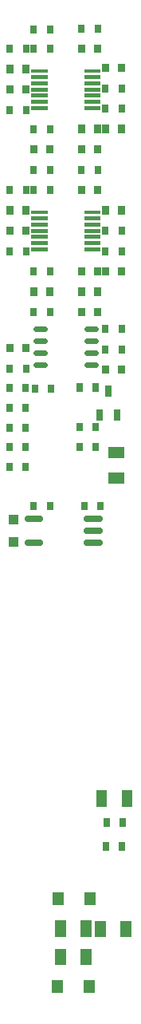
<source format=gtp>
G04 Layer: TopPasteMaskLayer*
G04 EasyEDA v6.4.19.5, 2021-06-09T13:24:33+02:00*
G04 4d0a35ba0e1948c19c820806b4e2a2d6,fb9c11b3819f4bbabdc06984e21ef5f2,10*
G04 Gerber Generator version 0.2*
G04 Scale: 100 percent, Rotated: No, Reflected: No *
G04 Dimensions in millimeters *
G04 leading zeros omitted , absolute positions ,4 integer and 5 decimal *
%FSLAX45Y45*%
%MOMM*%

%ADD13C,0.6500*%
%ADD14C,0.6000*%
%ADD16R,0.7000X0.9000*%
%ADD17R,1.0000X1.0000*%
%ADD18R,1.8000X1.1500*%
%ADD19R,1.2000X1.4000*%
%ADD20R,1.1500X1.8000*%
%ADD21R,0.7000X1.2500*%

%LPD*%
D13*
X1112484Y-5636996D02*
G01*
X1247482Y-5636996D01*
X482513Y-5382996D02*
G01*
X617512Y-5382996D01*
X482564Y-5636996D02*
G01*
X617562Y-5636996D01*
X1112484Y-5509996D02*
G01*
X1247482Y-5509996D01*
X1112484Y-5382996D02*
G01*
X1247482Y-5382996D01*
D14*
X1116990Y-3746500D02*
G01*
X1208989Y-3746500D01*
X1116990Y-3619500D02*
G01*
X1208989Y-3619500D01*
X1116990Y-3492500D02*
G01*
X1208989Y-3492500D01*
X1116990Y-3365500D02*
G01*
X1208989Y-3365500D01*
X569010Y-3746500D02*
G01*
X661012Y-3746500D01*
X569010Y-3619500D02*
G01*
X661012Y-3619500D01*
X569010Y-3492500D02*
G01*
X661012Y-3492500D01*
X569010Y-3365500D02*
G01*
X661012Y-3365500D01*
D16*
G01*
X550011Y-5239994D03*
G01*
X719988Y-5239994D03*
D17*
G01*
X329996Y-5624982D03*
G01*
X329996Y-5385003D03*
D18*
G01*
X1429994Y-4674996D03*
G01*
X1429994Y-4944998D03*
D19*
G01*
X1150010Y-9409988D03*
G01*
X810005Y-9409988D03*
G36*
X739998Y-10269979D02*
G01*
X859998Y-10269979D01*
X859998Y-10409979D01*
X739998Y-10409979D01*
G37*
G36*
X1079997Y-10269979D02*
G01*
X1199997Y-10269979D01*
X1199997Y-10409979D01*
X1079997Y-10409979D01*
G37*
D16*
G01*
X294995Y-4824984D03*
G01*
X464997Y-4824984D03*
G01*
X294995Y-4619980D03*
G01*
X464997Y-4619980D03*
G01*
X294995Y-4415002D03*
G01*
X464997Y-4415002D03*
G01*
X294995Y-4204995D03*
G01*
X464997Y-4204995D03*
G01*
X294995Y-3994988D03*
G01*
X464997Y-3994988D03*
G36*
X1449997Y-8809982D02*
G01*
X1519999Y-8809982D01*
X1519999Y-8899984D01*
X1449997Y-8899984D01*
G37*
G36*
X1279994Y-8809982D02*
G01*
X1349997Y-8809982D01*
X1349997Y-8899984D01*
X1279994Y-8899984D01*
G37*
G36*
X1459997Y-8554981D02*
G01*
X1529999Y-8554981D01*
X1529999Y-8644983D01*
X1459997Y-8644983D01*
G37*
G36*
X1289994Y-8554981D02*
G01*
X1359997Y-8554981D01*
X1359997Y-8644983D01*
X1289994Y-8644983D01*
G37*
G01*
X1205001Y-4404995D03*
G01*
X1034999Y-4404995D03*
D20*
G01*
X1105001Y-10029977D03*
G01*
X834999Y-10029977D03*
G01*
X1524990Y-9729978D03*
G01*
X1254988Y-9729978D03*
G36*
X1212499Y-8254984D02*
G01*
X1327497Y-8254984D01*
X1327497Y-8434984D01*
X1212499Y-8434984D01*
G37*
G36*
X1482498Y-8254984D02*
G01*
X1597497Y-8254984D01*
X1597497Y-8434984D01*
X1482498Y-8434984D01*
G37*
G36*
X777499Y-9639980D02*
G01*
X892497Y-9639980D01*
X892497Y-9819980D01*
X777499Y-9819980D01*
G37*
G36*
X1047498Y-9639980D02*
G01*
X1162497Y-9639980D01*
X1162497Y-9819980D01*
X1047498Y-9819980D01*
G37*
D16*
G01*
X719988Y-1892300D03*
G01*
X550011Y-1892300D03*
G36*
X260997Y-2279098D02*
G01*
X331000Y-2279098D01*
X331000Y-2369101D01*
X260997Y-2369101D01*
G37*
G36*
X430999Y-2279098D02*
G01*
X501002Y-2279098D01*
X501002Y-2369101D01*
X430999Y-2369101D01*
G37*
G36*
X1022997Y-2710898D02*
G01*
X1093000Y-2710898D01*
X1093000Y-2800901D01*
X1022997Y-2800901D01*
G37*
G36*
X1192999Y-2710898D02*
G01*
X1263002Y-2710898D01*
X1263002Y-2800901D01*
X1192999Y-2800901D01*
G37*
G01*
X1481988Y-2324100D03*
G01*
X1312011Y-2324100D03*
G01*
X719988Y-393700D03*
G01*
X550011Y-393700D03*
G36*
X260997Y-780498D02*
G01*
X331000Y-780498D01*
X331000Y-870501D01*
X260997Y-870501D01*
G37*
G36*
X430999Y-780498D02*
G01*
X501002Y-780498D01*
X501002Y-870501D01*
X430999Y-870501D01*
G37*
G36*
X1022997Y-1199598D02*
G01*
X1093000Y-1199598D01*
X1093000Y-1289601D01*
X1022997Y-1289601D01*
G37*
G36*
X1192999Y-1199598D02*
G01*
X1263002Y-1199598D01*
X1263002Y-1289601D01*
X1192999Y-1289601D01*
G37*
G01*
X1481988Y-812800D03*
G01*
X1312011Y-812800D03*
G36*
X1224998Y-5199989D02*
G01*
X1295001Y-5199989D01*
X1295001Y-5289991D01*
X1224998Y-5289991D01*
G37*
G36*
X1054996Y-5199989D02*
G01*
X1124999Y-5199989D01*
X1124999Y-5289991D01*
X1054996Y-5289991D01*
G37*
G36*
X1446999Y-3752298D02*
G01*
X1517002Y-3752298D01*
X1517002Y-3842301D01*
X1446999Y-3842301D01*
G37*
G36*
X1276997Y-3752298D02*
G01*
X1347000Y-3752298D01*
X1347000Y-3842301D01*
X1276997Y-3842301D01*
G37*
G36*
X430999Y-3523698D02*
G01*
X501002Y-3523698D01*
X501002Y-3613701D01*
X430999Y-3613701D01*
G37*
G36*
X260997Y-3523698D02*
G01*
X331000Y-3523698D01*
X331000Y-3613701D01*
X260997Y-3613701D01*
G37*
G01*
X1058011Y-1676400D03*
G01*
X1227988Y-1676400D03*
G36*
X684999Y-2926798D02*
G01*
X755002Y-2926798D01*
X755002Y-3016801D01*
X684999Y-3016801D01*
G37*
G36*
X514997Y-2926798D02*
G01*
X585000Y-2926798D01*
X585000Y-3016801D01*
X514997Y-3016801D01*
G37*
G01*
X296011Y-1892300D03*
G01*
X465988Y-1892300D03*
G36*
X1446999Y-2710898D02*
G01*
X1517002Y-2710898D01*
X1517002Y-2800901D01*
X1446999Y-2800901D01*
G37*
G36*
X1276997Y-2710898D02*
G01*
X1347000Y-2710898D01*
X1347000Y-2800901D01*
X1276997Y-2800901D01*
G37*
G01*
X550011Y-1676400D03*
G01*
X719988Y-1676400D03*
G36*
X1192999Y-2926798D02*
G01*
X1263002Y-2926798D01*
X1263002Y-3016801D01*
X1192999Y-3016801D01*
G37*
G36*
X1022997Y-2926798D02*
G01*
X1093000Y-2926798D01*
X1093000Y-3016801D01*
X1022997Y-3016801D01*
G37*
G36*
X1192999Y-1415498D02*
G01*
X1263002Y-1415498D01*
X1263002Y-1505501D01*
X1192999Y-1505501D01*
G37*
G36*
X1022997Y-1415498D02*
G01*
X1093000Y-1415498D01*
X1093000Y-1505501D01*
X1022997Y-1505501D01*
G37*
G01*
X550011Y-189992D03*
G01*
X719988Y-189992D03*
G36*
X1446999Y-1199598D02*
G01*
X1517002Y-1199598D01*
X1517002Y-1289601D01*
X1446999Y-1289601D01*
G37*
G36*
X1276997Y-1199598D02*
G01*
X1347000Y-1199598D01*
X1347000Y-1289601D01*
X1276997Y-1289601D01*
G37*
G01*
X296011Y-393700D03*
G01*
X465988Y-393700D03*
G01*
X1312011Y-1028700D03*
G01*
X1481988Y-1028700D03*
G36*
X430999Y-564598D02*
G01*
X501002Y-564598D01*
X501002Y-654601D01*
X430999Y-654601D01*
G37*
G36*
X260997Y-564598D02*
G01*
X331000Y-564598D01*
X331000Y-654601D01*
X260997Y-654601D01*
G37*
G01*
X1312011Y-3581400D03*
G01*
X1481988Y-3581400D03*
G01*
X296011Y-3784600D03*
G01*
X465988Y-3784600D03*
G01*
X296011Y-2540000D03*
G01*
X465988Y-2540000D03*
G36*
X1446999Y-2063198D02*
G01*
X1517002Y-2063198D01*
X1517002Y-2153201D01*
X1446999Y-2153201D01*
G37*
G36*
X1276997Y-2063198D02*
G01*
X1347000Y-2063198D01*
X1347000Y-2153201D01*
X1276997Y-2153201D01*
G37*
G36*
X1446999Y-551898D02*
G01*
X1517002Y-551898D01*
X1517002Y-641901D01*
X1446999Y-641901D01*
G37*
G36*
X1276997Y-551898D02*
G01*
X1347000Y-551898D01*
X1347000Y-641901D01*
X1276997Y-641901D01*
G37*
G01*
X296011Y-1041400D03*
G01*
X465988Y-1041400D03*
D21*
G01*
X1245006Y-4274972D03*
G01*
X1434998Y-4274972D03*
G01*
X1340002Y-4025036D03*
G36*
X523999Y-2109104D02*
G01*
X693999Y-2109104D01*
X693999Y-2149104D01*
X523999Y-2149104D01*
G37*
G36*
X523999Y-2174102D02*
G01*
X693999Y-2174102D01*
X693999Y-2214102D01*
X523999Y-2214102D01*
G37*
G36*
X523999Y-2239101D02*
G01*
X693999Y-2239101D01*
X693999Y-2279101D01*
X523999Y-2279101D01*
G37*
G36*
X523999Y-2304100D02*
G01*
X693999Y-2304100D01*
X693999Y-2344099D01*
X523999Y-2344099D01*
G37*
G36*
X523999Y-2369098D02*
G01*
X693999Y-2369098D01*
X693999Y-2409098D01*
X523999Y-2409098D01*
G37*
G36*
X523999Y-2434097D02*
G01*
X693999Y-2434097D01*
X693999Y-2474097D01*
X523999Y-2474097D01*
G37*
G36*
X523999Y-2499095D02*
G01*
X693999Y-2499095D01*
X693999Y-2539095D01*
X523999Y-2539095D01*
G37*
G36*
X1084000Y-2499095D02*
G01*
X1254000Y-2499095D01*
X1254000Y-2539095D01*
X1084000Y-2539095D01*
G37*
G36*
X1084000Y-2434097D02*
G01*
X1254000Y-2434097D01*
X1254000Y-2474097D01*
X1084000Y-2474097D01*
G37*
G36*
X1084000Y-2369098D02*
G01*
X1254000Y-2369098D01*
X1254000Y-2409098D01*
X1084000Y-2409098D01*
G37*
G36*
X1084000Y-2304100D02*
G01*
X1254000Y-2304100D01*
X1254000Y-2344099D01*
X1084000Y-2344099D01*
G37*
G36*
X1084000Y-2239101D02*
G01*
X1254000Y-2239101D01*
X1254000Y-2279101D01*
X1084000Y-2279101D01*
G37*
G36*
X1084000Y-2174102D02*
G01*
X1254000Y-2174102D01*
X1254000Y-2214102D01*
X1084000Y-2214102D01*
G37*
G36*
X1084000Y-2109104D02*
G01*
X1254000Y-2109104D01*
X1254000Y-2149104D01*
X1084000Y-2149104D01*
G37*
G36*
X523999Y-610504D02*
G01*
X693999Y-610504D01*
X693999Y-650504D01*
X523999Y-650504D01*
G37*
G36*
X523999Y-675502D02*
G01*
X693999Y-675502D01*
X693999Y-715502D01*
X523999Y-715502D01*
G37*
G36*
X523999Y-740501D02*
G01*
X693999Y-740501D01*
X693999Y-780501D01*
X523999Y-780501D01*
G37*
G36*
X523999Y-805500D02*
G01*
X693999Y-805500D01*
X693999Y-845499D01*
X523999Y-845499D01*
G37*
G36*
X523999Y-870498D02*
G01*
X693999Y-870498D01*
X693999Y-910498D01*
X523999Y-910498D01*
G37*
G36*
X523999Y-935497D02*
G01*
X693999Y-935497D01*
X693999Y-975497D01*
X523999Y-975497D01*
G37*
G36*
X523999Y-1000495D02*
G01*
X693999Y-1000495D01*
X693999Y-1040495D01*
X523999Y-1040495D01*
G37*
G36*
X1084000Y-1000495D02*
G01*
X1254000Y-1000495D01*
X1254000Y-1040495D01*
X1084000Y-1040495D01*
G37*
G36*
X1084000Y-935497D02*
G01*
X1254000Y-935497D01*
X1254000Y-975497D01*
X1084000Y-975497D01*
G37*
G36*
X1084000Y-870498D02*
G01*
X1254000Y-870498D01*
X1254000Y-910498D01*
X1084000Y-910498D01*
G37*
G36*
X1084000Y-805500D02*
G01*
X1254000Y-805500D01*
X1254000Y-845499D01*
X1084000Y-845499D01*
G37*
G36*
X1084000Y-740501D02*
G01*
X1254000Y-740501D01*
X1254000Y-780501D01*
X1084000Y-780501D01*
G37*
G36*
X1084000Y-675502D02*
G01*
X1254000Y-675502D01*
X1254000Y-715502D01*
X1084000Y-715502D01*
G37*
G36*
X1084000Y-610504D02*
G01*
X1254000Y-610504D01*
X1254000Y-650504D01*
X1084000Y-650504D01*
G37*
G36*
X1169997Y-3939992D02*
G01*
X1240000Y-3939992D01*
X1240000Y-4029994D01*
X1169997Y-4029994D01*
G37*
G36*
X999995Y-3939992D02*
G01*
X1069997Y-3939992D01*
X1069997Y-4029994D01*
X999995Y-4029994D01*
G37*
D16*
G01*
X564997Y-3999992D03*
G01*
X734999Y-3999992D03*
G36*
X684999Y-1415498D02*
G01*
X755002Y-1415498D01*
X755002Y-1505501D01*
X684999Y-1505501D01*
G37*
G36*
X514997Y-1415498D02*
G01*
X585000Y-1415498D01*
X585000Y-1505501D01*
X514997Y-1505501D01*
G37*
G01*
X1058011Y-177800D03*
G01*
X1227988Y-177800D03*
G01*
X1312011Y-2540000D03*
G01*
X1481988Y-2540000D03*
G36*
X430999Y-2063198D02*
G01*
X501002Y-2063198D01*
X501002Y-2153201D01*
X430999Y-2153201D01*
G37*
G36*
X260997Y-2063198D02*
G01*
X331000Y-2063198D01*
X331000Y-2153201D01*
X260997Y-2153201D01*
G37*
G36*
X1022997Y-3142698D02*
G01*
X1093000Y-3142698D01*
X1093000Y-3232701D01*
X1022997Y-3232701D01*
G37*
G36*
X1192999Y-3142698D02*
G01*
X1263002Y-3142698D01*
X1263002Y-3232701D01*
X1192999Y-3232701D01*
G37*
G36*
X1022997Y-348698D02*
G01*
X1093000Y-348698D01*
X1093000Y-438701D01*
X1022997Y-438701D01*
G37*
G36*
X1192999Y-348698D02*
G01*
X1263002Y-348698D01*
X1263002Y-438701D01*
X1192999Y-438701D01*
G37*
G01*
X1481988Y-3365500D03*
G01*
X1312011Y-3365500D03*
G01*
X719988Y-1244600D03*
G01*
X550011Y-1244600D03*
G01*
X719988Y-3187700D03*
G01*
X550011Y-3187700D03*
G36*
X1022997Y-1847298D02*
G01*
X1093000Y-1847298D01*
X1093000Y-1937301D01*
X1022997Y-1937301D01*
G37*
G36*
X1192999Y-1847298D02*
G01*
X1263002Y-1847298D01*
X1263002Y-1937301D01*
X1192999Y-1937301D01*
G37*
G01*
X719988Y-2755900D03*
G01*
X550011Y-2755900D03*
G01*
X1034999Y-4615002D03*
G01*
X1205001Y-4615002D03*
M02*

</source>
